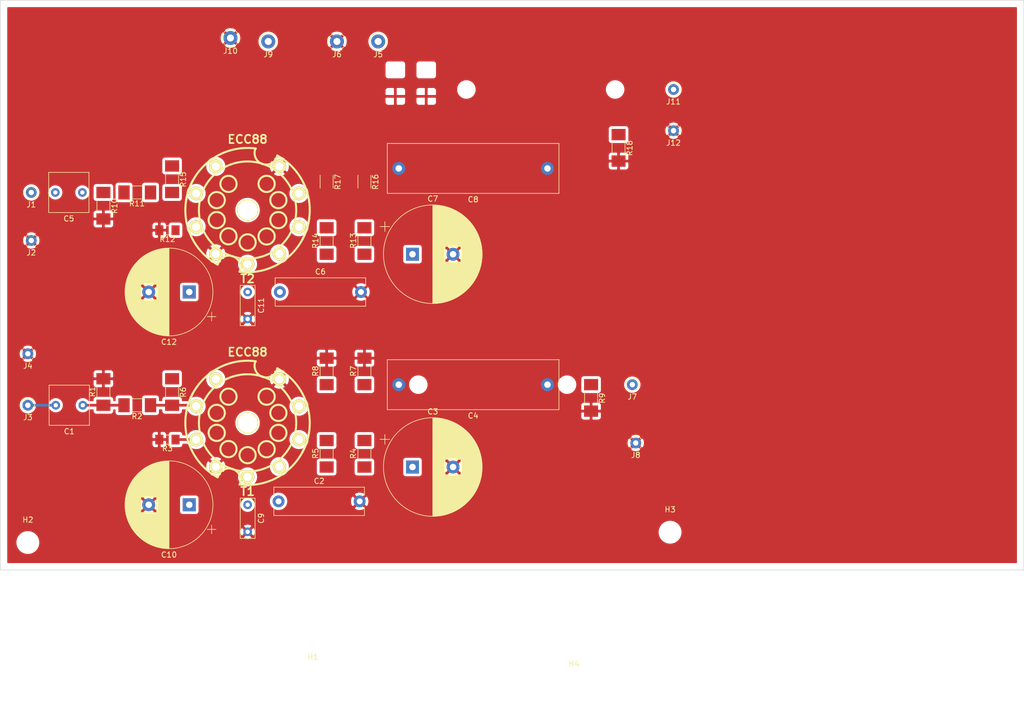
<source format=kicad_pcb>
(kicad_pcb (version 20171130) (host pcbnew "(5.1.9-0-10_14)")
  (layers (0 F.Cu signal) (31 B.Cu signal) (34 B.Paste user) (35 F.Paste user) (36 B.SilkS user) (37 F.SilkS user) (38 B.Mask user) (39 F.Mask user) (44 Edge.Cuts user))
  (net 0 "")
  (net 1 "Net-(C1-Pad2)")
  (net 2 "Net-(C1-Pad1)")
  (net 3 GND)
  (net 4 VDDA)
  (net 5 "Net-(C4-Pad2)")
  (net 6 "Net-(C4-Pad1)")
  (net 7 VDDF)
  (net 8 "Net-(R2-Pad1)")
  (net 9 "Net-(R3-Pad1)")
  (net 10 "Net-(R4-Pad2)")
  (net 11 "Net-(C5-Pad2)")
  (net 12 "Net-(C5-Pad1)")
  (net 13 "Net-(C8-Pad2)")
  (net 14 "Net-(C8-Pad1)")
  (net 15 "Net-(R11-Pad1)")
  (net 16 "Net-(R12-Pad1)")
  (net 17 "Net-(R13-Pad2)")
  (module Capacitor_THT:CP_Radial_D16.0mm_P7.50mm (layer F.Cu) (at 73.66 111.76 180)
    (fp_text reference C12 (at 3.75 -9.25) (layer F.SilkS))
    (fp_text value 2200uF)
    (pad 2 thru_hole circle (at 7.5 0 180) (size 2.4 2.4) (drill 1.2) (layers *.Cu *.Mask) (net 3 GND))
    (pad 1 thru_hole rect (at 0 0 180) (size 2.4 2.4) (drill 1.2) (layers *.Cu *.Mask) (net 7 VDDF))
  )
  (module Capacitor_THT:C_Rect_L7.2mm_W2.5mm_P5.00mm_FKS2_FKP2_MKS2_MKP2 (layer F.Cu) (at 84.455 111.76 270)
    (fp_text reference C11 (at 2.5 -2.5 90) (layer F.SilkS))
    (fp_text value 100nF)
    (pad 2 thru_hole circle (at 5 0 270) (size 1.6 1.6) (drill 0.8) (layers *.Cu *.Mask) (net 3 GND))
    (pad 1 thru_hole circle (at 0 0 270) (size 1.6 1.6) (drill 0.8) (layers *.Cu *.Mask) (net 7 VDDF))
  )
  (module Capacitor_THT:CP_Radial_D16.0mm_P7.50mm (layer F.Cu) (at 73.66 151.13 180)
    (fp_text reference C10 (at 3.75 -9.25) (layer F.SilkS))
    (fp_text value 2200uF)
    (pad 2 thru_hole circle (at 7.5 0 180) (size 2.4 2.4) (drill 1.2) (layers *.Cu *.Mask) (net 3 GND))
    (pad 1 thru_hole rect (at 0 0 180) (size 2.4 2.4) (drill 1.2) (layers *.Cu *.Mask) (net 7 VDDF))
  )
  (module Capacitor_THT:C_Rect_L7.2mm_W2.5mm_P5.00mm_FKS2_FKP2_MKS2_MKP2 (layer F.Cu) (at 84.455 151.13 270)
    (fp_text reference C9 (at 2.5 -2.5 90) (layer F.SilkS))
    (fp_text value 100nF)
    (pad 2 thru_hole circle (at 5 0 270) (size 1.6 1.6) (drill 0.8) (layers *.Cu *.Mask) (net 3 GND))
    (pad 1 thru_hole circle (at 0 0 270) (size 1.6 1.6) (drill 0.8) (layers *.Cu *.Mask) (net 7 VDDF))
  )
  (module w_vacuum:socket_gzc9-b (layer F.Cu) (at 84.43976 96.6089 180)
    (fp_text reference T2 (at 0 -12.7) (layer F.SilkS) (effects (font (size 1.524 1.524) (thickness 0.3048))))
    (fp_text value ECC88 (at 0 13.09878) (layer F.SilkS) (effects (font (size 1.524 1.524) (thickness 0.3048))))
    (pad "" np_thru_hole circle (at 0 0 180) (size 3.49758 3.49758) (drill 3.49758) (layers *.Cu *.Mask F.SilkS))
    (pad 1 thru_hole circle (at 5.87756 8.0899 180) (size 2.49936 2.49936) (drill 1.4986) (layers *.Cu *.Mask F.SilkS) (net 17 "Net-(R13-Pad2)"))
    (pad 2 thru_hole circle (at 9.50976 3.0861 180) (size 2.49936 2.49936) (drill 1.4986) (layers *.Cu *.Mask F.SilkS) (net 15 "Net-(R11-Pad1)"))
    (pad 3 thru_hole circle (at 9.50976 -3.0861 180) (size 2.49936 2.49936) (drill 1.4986) (layers *.Cu *.Mask F.SilkS) (net 16 "Net-(R12-Pad1)"))
    (pad 4 thru_hole circle (at 5.87756 -8.0899 180) (size 2.49936 2.49936) (drill 1.4986) (layers *.Cu *.Mask F.SilkS) (net 3 GND))
    (pad 5 thru_hole circle (at 0 -9.99998 180) (size 2.49936 2.49936) (drill 1.4986) (layers *.Cu *.Mask F.SilkS) (net 7 VDDF))
    (pad 6 thru_hole circle (at -5.87756 -8.0899 180) (size 2.49936 2.49936) (drill 1.4986) (layers *.Cu *.Mask F.SilkS) (net 4 VDDA))
    (pad 7 thru_hole circle (at -9.50976 -3.0861 180) (size 2.49936 2.49936) (drill 1.4986) (layers *.Cu *.Mask F.SilkS) (net 17 "Net-(R13-Pad2)"))
    (pad 8 thru_hole circle (at -9.50976 3.0861 180) (size 2.49936 2.49936) (drill 1.4986) (layers *.Cu *.Mask F.SilkS) (net 13 "Net-(C8-Pad2)"))
    (pad 9 thru_hole circle (at -5.87756 8.0899 180) (size 2.49936 2.49936) (drill 1.4986) (layers *.Cu *.Mask F.SilkS) (net 3 GND))
  )
  (module Resistor_SMD:R_MELF_MMB-0207 (layer F.Cu) (at 153.035 85.09 270)
    (fp_text reference R18 (at 0.05 -2.05 90) (layer F.SilkS))
    (fp_text value 1Meg)
    (pad 2 smd rect (at 2.45 0 270) (size 2.1 2.6) (layers F.Cu F.Paste F.Mask) (net 3 GND))
    (pad 1 smd rect (at -2.45 0 270) (size 2.1 2.6) (layers F.Cu F.Paste F.Mask) (net 14 "Net-(C8-Pad1)"))
  )
  (module Resistor_SMD:R_MELF_MMB-0207 (layer F.Cu) (at 99.06 91.35 270)
    (fp_text reference R17 (at 0.05 -2.05 90) (layer F.SilkS))
    (fp_text value 39k)
    (pad 2 smd rect (at 2.45 0 270) (size 2.1 2.6) (layers F.Cu F.Paste F.Mask) (net 3 GND))
    (pad 1 smd rect (at -2.45 0 270) (size 2.1 2.6) (layers F.Cu F.Paste F.Mask) (net 13 "Net-(C8-Pad2)"))
  )
  (module Resistor_SMD:R_MELF_MMB-0207 (layer F.Cu) (at 106.045 91.35 270)
    (fp_text reference R16 (at 0.05 -2.05 90) (layer F.SilkS))
    (fp_text value 56k)
    (pad 2 smd rect (at 2.45 0 270) (size 2.1 2.6) (layers F.Cu F.Paste F.Mask) (net 3 GND))
    (pad 1 smd rect (at -2.45 0 270) (size 2.1 2.6) (layers F.Cu F.Paste F.Mask) (net 13 "Net-(C8-Pad2)"))
  )
  (module Resistor_SMD:R_MELF_MMB-0207 (layer F.Cu) (at 70.485 90.895 270)
    (fp_text reference R15 (at 0.05 -2.05 90) (layer F.SilkS))
    (fp_text value 100k)
    (pad 2 smd rect (at 2.45 0 270) (size 2.1 2.6) (layers F.Cu F.Paste F.Mask) (net 15 "Net-(R11-Pad1)"))
    (pad 1 smd rect (at -2.45 0 270) (size 2.1 2.6) (layers F.Cu F.Paste F.Mask) (net 14 "Net-(C8-Pad1)"))
  )
  (module Resistor_SMD:R_MELF_MMB-0207 (layer F.Cu) (at 99.06 102.325 90)
    (fp_text reference R14 (at 0.05 -2.05 90) (layer F.SilkS))
    (fp_text value 39k)
    (pad 2 smd rect (at 2.45 0 90) (size 2.1 2.6) (layers F.Cu F.Paste F.Mask) (net 17 "Net-(R13-Pad2)"))
    (pad 1 smd rect (at -2.45 0 90) (size 2.1 2.6) (layers F.Cu F.Paste F.Mask) (net 4 VDDA))
  )
  (module Resistor_SMD:R_MELF_MMB-0207 (layer F.Cu) (at 106.045 102.325 90)
    (fp_text reference R13 (at 0.05 -2.05 90) (layer F.SilkS))
    (fp_text value 56k)
    (pad 2 smd rect (at 2.45 0 90) (size 2.1 2.6) (layers F.Cu F.Paste F.Mask) (net 17 "Net-(R13-Pad2)"))
    (pad 1 smd rect (at -2.45 0 90) (size 2.1 2.6) (layers F.Cu F.Paste F.Mask) (net 4 VDDA))
  )
  (module Resistor_SMD:R_MiniMELF_MMA-0204 (layer F.Cu) (at 69.62 100.33 180)
    (fp_text reference R12 (at 0 -1.65) (layer F.SilkS))
    (fp_text value 1.21k)
    (pad 2 smd rect (at 1.5 0 180) (size 1.5 1.8) (layers F.Cu F.Paste F.Mask) (net 3 GND))
    (pad 1 smd rect (at -1.5 0 180) (size 1.5 1.8) (layers F.Cu F.Paste F.Mask) (net 16 "Net-(R12-Pad1)"))
  )
  (module Resistor_SMD:R_MELF_MMB-0207 (layer F.Cu) (at 64.045 93.345 180)
    (fp_text reference R11 (at 0.05 -2.05) (layer F.SilkS))
    (fp_text value 47k)
    (pad 2 smd rect (at 2.45 0 180) (size 2.1 2.6) (layers F.Cu F.Paste F.Mask) (net 12 "Net-(C5-Pad1)"))
    (pad 1 smd rect (at -2.45 0 180) (size 2.1 2.6) (layers F.Cu F.Paste F.Mask) (net 15 "Net-(R11-Pad1)"))
  )
  (module Resistor_SMD:R_MELF_MMB-0207 (layer F.Cu) (at 57.785 95.795 270)
    (fp_text reference R10 (at 0.05 -2.05 90) (layer F.SilkS))
    (fp_text value 1Meg)
    (pad 2 smd rect (at 2.45 0 270) (size 2.1 2.6) (layers F.Cu F.Paste F.Mask) (net 3 GND))
    (pad 1 smd rect (at -2.45 0 270) (size 2.1 2.6) (layers F.Cu F.Paste F.Mask) (net 12 "Net-(C5-Pad1)"))
  )
  (module Connector_Pin:Pin_D1.0mm_L10.0mm (layer F.Cu) (at 163.195 81.915)
    (fp_text reference J12 (at 0 2.25) (layer F.SilkS))
    (fp_text value Conn_01x01)
    (pad 1 thru_hole circle (at 0 0) (size 2 2) (drill 1) (layers *.Cu *.Mask) (net 3 GND))
  )
  (module Connector_Pin:Pin_D1.0mm_L10.0mm (layer F.Cu) (at 163.195 74.295)
    (fp_text reference J11 (at 0 2.25) (layer F.SilkS))
    (fp_text value Conn_01x01)
    (pad 1 thru_hole circle (at 0 0) (size 2 2) (drill 1) (layers *.Cu *.Mask) (net 14 "Net-(C8-Pad1)"))
  )
  (module Connector_Pin:Pin_D1.3mm_L11.0mm (layer F.Cu) (at 81.28 64.77)
    (fp_text reference J10 (at 0 2.4) (layer F.SilkS))
    (fp_text value Conn_01x01)
    (pad 1 thru_hole circle (at 0 0) (size 2.6 2.6) (drill 1.3) (layers *.Cu *.Mask) (net 3 GND))
  )
  (module Connector_Pin:Pin_D1.3mm_L11.0mm (layer F.Cu) (at 88.265 65.405)
    (fp_text reference J9 (at 0 2.4) (layer F.SilkS))
    (fp_text value Conn_01x01)
    (pad 1 thru_hole circle (at 0 0) (size 2.6 2.6) (drill 1.3) (layers *.Cu *.Mask) (net 7 VDDF))
  )
  (module Connector_Pin:Pin_D1.0mm_L10.0mm (layer F.Cu) (at 44.45 102.235)
    (fp_text reference J2 (at 0 2.25) (layer F.SilkS))
    (fp_text value Conn_01x01)
    (pad 1 thru_hole circle (at 0 0) (size 2 2) (drill 1) (layers *.Cu *.Mask) (net 3 GND))
  )
  (module Connector_Pin:Pin_D1.0mm_L10.0mm (layer F.Cu) (at 44.45 93.345)
    (fp_text reference J1 (at 0 2.25) (layer F.SilkS))
    (fp_text value Conn_01x01)
    (pad 1 thru_hole circle (at 0 0) (size 2 2) (drill 1) (layers *.Cu *.Mask) (net 11 "Net-(C5-Pad2)"))
  )
  (module Capacitor_THT:C_Rect_L31.5mm_W9.0mm_P27.50mm_MKS4 (layer F.Cu) (at 139.895 88.9 180)
    (fp_text reference C8 (at 13.75 -5.75) (layer F.SilkS))
    (fp_text value 2.2uF)
    (pad 2 thru_hole circle (at 27.5 0 180) (size 2.4 2.4) (drill 1.2) (layers *.Cu *.Mask) (net 13 "Net-(C8-Pad2)"))
    (pad 1 thru_hole circle (at 0 0 180) (size 2.4 2.4) (drill 1.2) (layers *.Cu *.Mask) (net 14 "Net-(C8-Pad1)"))
  )
  (module Capacitor_THT:CP_Radial_D18.0mm_P7.50mm (layer F.Cu) (at 114.935 104.775)
    (fp_text reference C7 (at 3.75 -10.25) (layer F.SilkS))
    (fp_text value 100uF)
    (pad 2 thru_hole circle (at 7.5 0) (size 2.4 2.4) (drill 1.2) (layers *.Cu *.Mask) (net 3 GND))
    (pad 1 thru_hole rect (at 0 0) (size 2.4 2.4) (drill 1.2) (layers *.Cu *.Mask) (net 4 VDDA))
  )
  (module Capacitor_THT:C_Rect_L16.5mm_W5.0mm_P15.00mm_MKT (layer F.Cu) (at 90.41 111.76)
    (fp_text reference C6 (at 7.5 -3.75) (layer F.SilkS))
    (fp_text value 100nF)
    (pad 2 thru_hole circle (at 15 0) (size 2.2 2.2) (drill 1.1) (layers *.Cu *.Mask) (net 3 GND))
    (pad 1 thru_hole circle (at 0 0) (size 2.2 2.2) (drill 1.1) (layers *.Cu *.Mask) (net 4 VDDA))
  )
  (module Capacitor_THT:C_Rect_L7.2mm_W7.2mm_P5.00mm_FKS2_FKP2_MKS2_MKP2 (layer F.Cu) (at 53.895 93.345 180)
    (fp_text reference C5 (at 2.5 -4.85) (layer F.SilkS))
    (fp_text value 3.3uF)
    (pad 2 thru_hole circle (at 5 0 180) (size 1.6 1.6) (drill 0.8) (layers *.Cu *.Mask) (net 11 "Net-(C5-Pad2)"))
    (pad 1 thru_hole circle (at 0 0 180) (size 1.6 1.6) (drill 0.8) (layers *.Cu *.Mask) (net 12 "Net-(C5-Pad1)"))
  )
  (module Resistor_SMD:R_MELF_MMB-0207 (layer F.Cu) (at 147.955 131.355 270)
    (fp_text reference R9 (at 0.05 -2.05 90) (layer F.SilkS))
    (fp_text value 1Meg)
    (pad 2 smd rect (at 2.45 0 270) (size 2.1 2.6) (layers F.Cu F.Paste F.Mask) (net 3 GND))
    (pad 1 smd rect (at -2.45 0 270) (size 2.1 2.6) (layers F.Cu F.Paste F.Mask) (net 6 "Net-(C4-Pad1)"))
  )
  (module Resistor_SMD:R_MELF_MMB-0207 (layer F.Cu) (at 99.06 126.455 90)
    (fp_text reference R8 (at 0.05 -2.05 90) (layer F.SilkS))
    (fp_text value 39k)
    (pad 2 smd rect (at 2.45 0 90) (size 2.1 2.6) (layers F.Cu F.Paste F.Mask) (net 3 GND))
    (pad 1 smd rect (at -2.45 0 90) (size 2.1 2.6) (layers F.Cu F.Paste F.Mask) (net 5 "Net-(C4-Pad2)"))
  )
  (module Resistor_SMD:R_MELF_MMB-0207 (layer F.Cu) (at 106.045 126.455 90)
    (fp_text reference R7 (at 0.05 -2.05 90) (layer F.SilkS))
    (fp_text value 56k)
    (pad 2 smd rect (at 2.45 0 90) (size 2.1 2.6) (layers F.Cu F.Paste F.Mask) (net 3 GND))
    (pad 1 smd rect (at -2.45 0 90) (size 2.1 2.6) (layers F.Cu F.Paste F.Mask) (net 5 "Net-(C4-Pad2)"))
  )
  (module Resistor_SMD:R_MELF_MMB-0207 (layer F.Cu) (at 70.485 130.265 270)
    (fp_text reference R6 (at 0.05 -2.05 90) (layer F.SilkS))
    (fp_text value 100k)
    (pad 2 smd rect (at 2.45 0 270) (size 2.1 2.6) (layers F.Cu F.Paste F.Mask) (net 8 "Net-(R2-Pad1)"))
    (pad 1 smd rect (at -2.45 0 270) (size 2.1 2.6) (layers F.Cu F.Paste F.Mask) (net 6 "Net-(C4-Pad1)"))
  )
  (module Resistor_SMD:R_MELF_MMB-0207 (layer F.Cu) (at 99.06 141.695 90)
    (fp_text reference R5 (at 0.05 -2.05 90) (layer F.SilkS))
    (fp_text value 39k)
    (pad 2 smd rect (at 2.45 0 90) (size 2.1 2.6) (layers F.Cu F.Paste F.Mask) (net 10 "Net-(R4-Pad2)"))
    (pad 1 smd rect (at -2.45 0 90) (size 2.1 2.6) (layers F.Cu F.Paste F.Mask) (net 4 VDDA))
  )
  (module Resistor_SMD:R_MELF_MMB-0207 (layer F.Cu) (at 106.045 141.695 90)
    (fp_text reference R4 (at 0.05 -2.05 90) (layer F.SilkS))
    (fp_text value 56k)
    (pad 2 smd rect (at 2.45 0 90) (size 2.1 2.6) (layers F.Cu F.Paste F.Mask) (net 10 "Net-(R4-Pad2)"))
    (pad 1 smd rect (at -2.45 0 90) (size 2.1 2.6) (layers F.Cu F.Paste F.Mask) (net 4 VDDA))
  )
  (module Resistor_SMD:R_MiniMELF_MMA-0204 (layer F.Cu) (at 69.62 139.065 180)
    (fp_text reference R3 (at 0 -1.65) (layer F.SilkS))
    (fp_text value 1.21k)
    (pad 2 smd rect (at 1.5 0 180) (size 1.5 1.8) (layers F.Cu F.Paste F.Mask) (net 3 GND))
    (pad 1 smd rect (at -1.5 0 180) (size 1.5 1.8) (layers F.Cu F.Paste F.Mask) (net 9 "Net-(R3-Pad1)"))
  )
  (module Resistor_SMD:R_MELF_MMB-0207 (layer F.Cu) (at 64.045 132.715 180)
    (fp_text reference R2 (at 0.05 -2.05) (layer F.SilkS))
    (fp_text value 47k)
    (pad 2 smd rect (at 2.45 0 180) (size 2.1 2.6) (layers F.Cu F.Paste F.Mask) (net 2 "Net-(C1-Pad1)"))
    (pad 1 smd rect (at -2.45 0 180) (size 2.1 2.6) (layers F.Cu F.Paste F.Mask) (net 8 "Net-(R2-Pad1)"))
  )
  (module Resistor_SMD:R_MELF_MMB-0207 (layer F.Cu) (at 57.785 130.265 90)
    (fp_text reference R1 (at 0.05 -2.05 90) (layer F.SilkS))
    (fp_text value 1Meg)
    (pad 2 smd rect (at 2.45 0 90) (size 2.1 2.6) (layers F.Cu F.Paste F.Mask) (net 3 GND))
    (pad 1 smd rect (at -2.45 0 90) (size 2.1 2.6) (layers F.Cu F.Paste F.Mask) (net 2 "Net-(C1-Pad1)"))
  )
  (module Connector_Pin:Pin_D1.0mm_L10.0mm (layer F.Cu) (at 156.21 139.7)
    (fp_text reference J8 (at 0 2.25) (layer F.SilkS))
    (fp_text value Conn_01x01)
    (pad 1 thru_hole circle (at 0 0) (size 2 2) (drill 1) (layers *.Cu *.Mask) (net 3 GND))
  )
  (module Connector_Pin:Pin_D1.0mm_L10.0mm (layer F.Cu) (at 155.575 128.905)
    (fp_text reference J7 (at 0 2.25) (layer F.SilkS))
    (fp_text value Conn_01x01)
    (pad 1 thru_hole circle (at 0 0) (size 2 2) (drill 1) (layers *.Cu *.Mask) (net 6 "Net-(C4-Pad1)"))
  )
  (module Connector_Pin:Pin_D1.3mm_L11.0mm (layer F.Cu) (at 100.965 65.405)
    (fp_text reference J6 (at 0 2.4) (layer F.SilkS))
    (fp_text value Conn_01x01)
    (pad 1 thru_hole circle (at 0 0) (size 2.6 2.6) (drill 1.3) (layers *.Cu *.Mask) (net 3 GND))
  )
  (module Connector_Pin:Pin_D1.3mm_L11.0mm (layer F.Cu) (at 108.585 65.405)
    (fp_text reference J5 (at 0 2.4) (layer F.SilkS))
    (fp_text value Conn_01x01)
    (pad 1 thru_hole circle (at 0 0) (size 2.6 2.6) (drill 1.3) (layers *.Cu *.Mask) (net 4 VDDA))
  )
  (module Connector_Pin:Pin_D1.0mm_L10.0mm (layer F.Cu) (at 43.815 123.19)
    (fp_text reference J4 (at 0 2.25) (layer F.SilkS))
    (fp_text value Conn_01x01)
    (pad 1 thru_hole circle (at 0 0) (size 2 2) (drill 1) (layers *.Cu *.Mask) (net 3 GND))
  )
  (module Connector_Pin:Pin_D1.0mm_L10.0mm (layer F.Cu) (at 43.815 132.715)
    (fp_text reference J3 (at 0 2.25) (layer F.SilkS))
    (fp_text value Conn_01x01)
    (pad 1 thru_hole circle (at 0 0) (size 2 2) (drill 1) (layers *.Cu *.Mask) (net 1 "Net-(C1-Pad2)"))
  )
  (module MountingHole:MountingHole_3.2mm_M3 (layer F.Cu) (at 144.78 184.785)
    (fp_text reference H4 (at 0 -4.2) (layer F.SilkS))
    (fp_text value MountingHole)
    (pad 1 np_thru_hole circle (at 0 0) (size 3.2 3.2) (drill 3.2) (layers *.Cu *.Mask))
  )
  (module MountingHole:MountingHole_3.2mm_M3 (layer F.Cu) (at 162.56 156.21)
    (fp_text reference H3 (at 0 -4.2) (layer F.SilkS))
    (fp_text value MountingHole)
    (pad 1 np_thru_hole circle (at 0 0) (size 3.2 3.2) (drill 3.2) (layers *.Cu *.Mask))
  )
  (module MountingHole:MountingHole_3.2mm_M3 (layer F.Cu) (at 43.815 158.115)
    (fp_text reference H2 (at 0 -4.2) (layer F.SilkS))
    (fp_text value MountingHole)
    (pad 1 np_thru_hole circle (at 0 0) (size 3.2 3.2) (drill 3.2) (layers *.Cu *.Mask))
  )
  (module MountingHole:MountingHole_3.2mm_M3 (layer F.Cu) (at 96.52 183.515)
    (fp_text reference H1 (at 0 -4.2) (layer F.SilkS))
    (fp_text value MountingHole)
    (pad 1 np_thru_hole circle (at 0 0) (size 3.2 3.2) (drill 3.2) (layers *.Cu *.Mask))
  )
  (module Capacitor_THT:C_Rect_L31.5mm_W9.0mm_P27.50mm_MKS4 (layer F.Cu) (at 139.895 128.905 180)
    (fp_text reference C4 (at 13.75 -5.75) (layer F.SilkS))
    (fp_text value 2.2uF)
    (pad 2 thru_hole circle (at 27.5 0 180) (size 2.4 2.4) (drill 1.2) (layers *.Cu *.Mask) (net 5 "Net-(C4-Pad2)"))
    (pad 1 thru_hole circle (at 0 0 180) (size 2.4 2.4) (drill 1.2) (layers *.Cu *.Mask) (net 6 "Net-(C4-Pad1)"))
  )
  (module Capacitor_THT:CP_Radial_D18.0mm_P7.50mm (layer F.Cu) (at 114.935 144.145)
    (fp_text reference C3 (at 3.75 -10.25) (layer F.SilkS))
    (fp_text value 100uF)
    (pad 2 thru_hole circle (at 7.5 0) (size 2.4 2.4) (drill 1.2) (layers *.Cu *.Mask) (net 3 GND))
    (pad 1 thru_hole rect (at 0 0) (size 2.4 2.4) (drill 1.2) (layers *.Cu *.Mask) (net 4 VDDA))
  )
  (module Capacitor_THT:C_Rect_L16.5mm_W5.0mm_P15.00mm_MKT (layer F.Cu) (at 90.17 150.495)
    (fp_text reference C2 (at 7.5 -3.75) (layer F.SilkS))
    (fp_text value 100nF)
    (pad 2 thru_hole circle (at 15 0) (size 2.2 2.2) (drill 1.1) (layers *.Cu *.Mask) (net 3 GND))
    (pad 1 thru_hole circle (at 0 0) (size 2.2 2.2) (drill 1.1) (layers *.Cu *.Mask) (net 4 VDDA))
  )
  (module Capacitor_THT:C_Rect_L7.2mm_W7.2mm_P5.00mm_FKS2_FKP2_MKS2_MKP2 (layer F.Cu) (at 53.975 132.715 180)
    (fp_text reference C1 (at 2.5 -4.85) (layer F.SilkS))
    (fp_text value 3.3uF)
    (pad 2 thru_hole circle (at 5 0 180) (size 1.6 1.6) (drill 0.8) (layers *.Cu *.Mask) (net 1 "Net-(C1-Pad2)"))
    (pad 1 thru_hole circle (at 0 0 180) (size 1.6 1.6) (drill 0.8) (layers *.Cu *.Mask) (net 2 "Net-(C1-Pad1)"))
  )
  (module w_vacuum:socket_gzc9-b (layer F.Cu) (at 84.43976 135.9789 180)
    (fp_text reference T1 (at 0 -12.7) (layer F.SilkS) (effects (font (size 1.524 1.524) (thickness 0.3048))))
    (fp_text value ECC88 (at 0 13.09878) (layer F.SilkS) (effects (font (size 1.524 1.524) (thickness 0.3048))))
    (pad "" np_thru_hole circle (at 0 0 180) (size 3.49758 3.49758) (drill 3.49758) (layers *.Cu *.Mask F.SilkS))
    (pad 1 thru_hole circle (at 5.87756 8.0899 180) (size 2.49936 2.49936) (drill 1.4986) (layers *.Cu *.Mask F.SilkS) (net 10 "Net-(R4-Pad2)"))
    (pad 2 thru_hole circle (at 9.50976 3.0861 180) (size 2.49936 2.49936) (drill 1.4986) (layers *.Cu *.Mask F.SilkS) (net 8 "Net-(R2-Pad1)"))
    (pad 3 thru_hole circle (at 9.50976 -3.0861 180) (size 2.49936 2.49936) (drill 1.4986) (layers *.Cu *.Mask F.SilkS) (net 9 "Net-(R3-Pad1)"))
    (pad 4 thru_hole circle (at 5.87756 -8.0899 180) (size 2.49936 2.49936) (drill 1.4986) (layers *.Cu *.Mask F.SilkS) (net 3 GND))
    (pad 5 thru_hole circle (at 0 -9.99998 180) (size 2.49936 2.49936) (drill 1.4986) (layers *.Cu *.Mask F.SilkS) (net 7 VDDF))
    (pad 6 thru_hole circle (at -5.87756 -8.0899 180) (size 2.49936 2.49936) (drill 1.4986) (layers *.Cu *.Mask F.SilkS) (net 4 VDDA))
    (pad 7 thru_hole circle (at -9.50976 -3.0861 180) (size 2.49936 2.49936) (drill 1.4986) (layers *.Cu *.Mask F.SilkS) (net 10 "Net-(R4-Pad2)"))
    (pad 8 thru_hole circle (at -9.50976 3.0861 180) (size 2.49936 2.49936) (drill 1.4986) (layers *.Cu *.Mask F.SilkS) (net 5 "Net-(C4-Pad2)"))
    (pad 9 thru_hole circle (at -5.87756 8.0899 180) (size 2.49936 2.49936) (drill 1.4986) (layers *.Cu *.Mask F.SilkS) (net 3 GND))
  )
  (gr_line (start 227.965 57.785) (end 227.965 163.195) (layer Edge.Cuts) (width 0.1))
  (gr_line (start 38.735 57.785) (end 227.965 57.785) (layer Edge.Cuts) (width 0.1))
  (gr_line (start 38.735 163.195) (end 38.735 57.785) (layer Edge.Cuts) (width 0.1))
  (gr_line (start 227.965 163.195) (end 38.735 163.195) (layer Edge.Cuts) (width 0.1))
  (segment (start 43.815 132.715) (end 48.975 132.715) (width 0.5) (layer B.Cu) (net 1))
  (segment (start 53.975 132.715) (end 57.785 132.715) (width 0.5) (layer F.Cu) (net 2))
  (segment (start 57.785 132.715) (end 61.595 132.715) (width 0.5) (layer F.Cu) (net 2))
  (segment (start 66.495 132.715) (end 70.485 132.715) (width 0.5) (layer F.Cu) (net 8))
  (segment (start 74.7522 132.715) (end 74.93 132.8928) (width 0.5) (layer F.Cu) (net 8))
  (segment (start 70.485 132.715) (end 74.7522 132.715) (width 0.5) (layer F.Cu) (net 8))
  (segment (start 71.12 139.065) (end 74.93 139.065) (width 0.5) (layer F.Cu) (net 9))
  (zone (net 3) (net_name GND) (layer F.Cu) (connect_pads (clearance 0.508)) (min_thickness 0.254) (fill yes (arc_segments 32) (thermal_gap 0.508) (thermal_bridge_width 0.508))
    (polygon (pts (xy 226.695 161.925) (xy 40.005 161.925) (xy 40.005 59.055) (xy 226.695 59.055)))
  )
)
</source>
